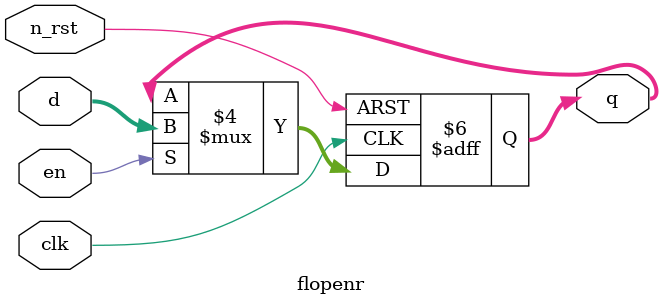
<source format=sv>
module flopenr(
	clk,
	n_rst,
	en,
	// clr,
	d,
	q
);

    parameter RESET_VALUE = 32'h0000_0000;
	parameter WIDTH = 32;

	input clk, n_rst, en/*, clr*/;
	input [WIDTH - 1:0] d;
	output reg [WIDTH - 1:0] q;	

	always@(posedge clk or negedge n_rst) begin 
		if(!n_rst/* | clr*/) begin
			q <= 32'h0;
		end
		else begin
			if(en)
				q <= d;
			else 
				q <= q;
		end		
	end

endmodule

</source>
